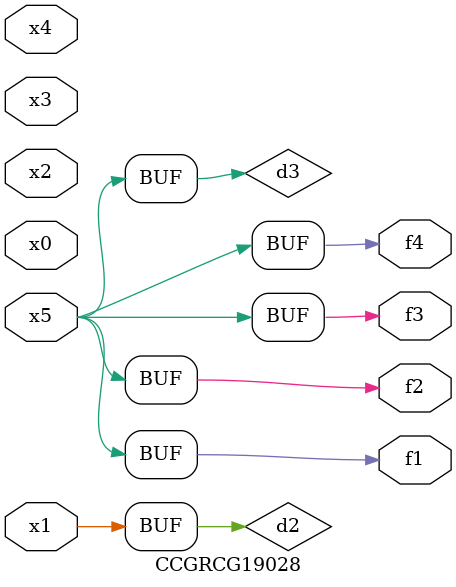
<source format=v>
module CCGRCG19028(
	input x0, x1, x2, x3, x4, x5,
	output f1, f2, f3, f4
);

	wire d1, d2, d3;

	not (d1, x5);
	or (d2, x1);
	xnor (d3, d1);
	assign f1 = d3;
	assign f2 = d3;
	assign f3 = d3;
	assign f4 = d3;
endmodule

</source>
